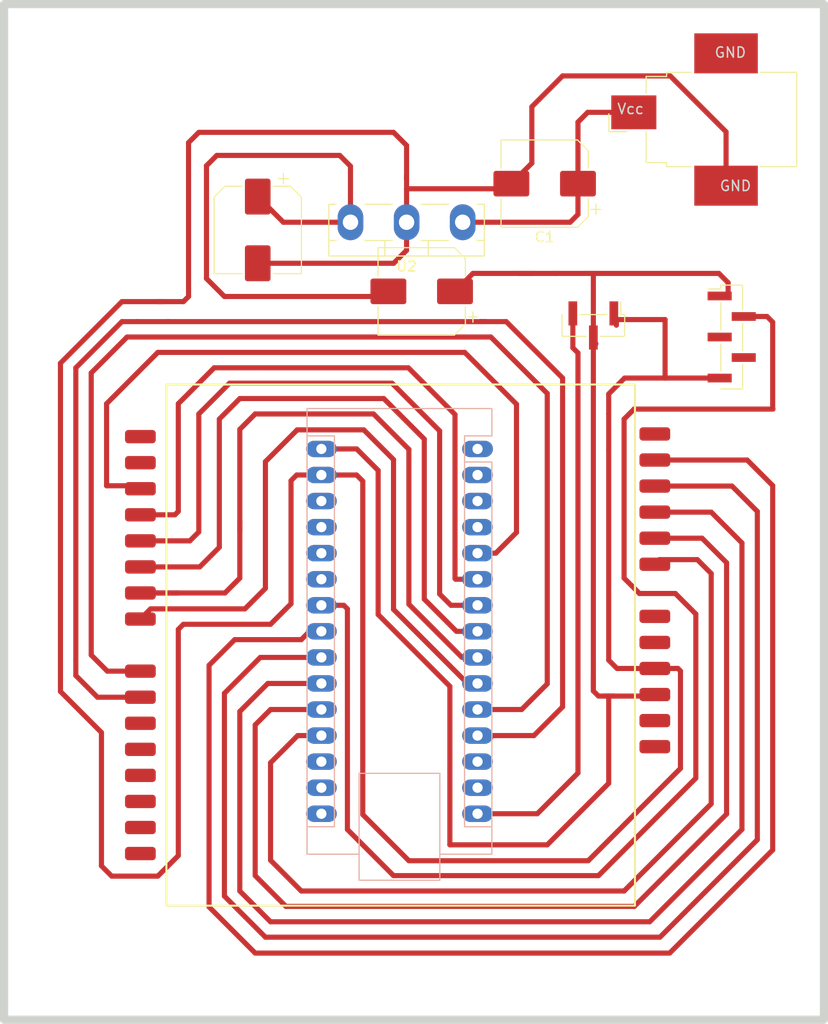
<source format=kicad_pcb>
(kicad_pcb (version 20221018) (generator pcbnew)
  (layers (0 "F.Cu" signal) (31 "B.Cu" signal) (34 "B.Paste" user) (35 "F.Paste" user) (36 "B.SilkS" user "B.Silkscreen") (37 "F.SilkS" user "F.Silkscreen") (38 "B.Mask" user) (39 "F.Mask" user) (44 "Edge.Cuts" user))
  (net 0 "")
  (net 4 "Net-(A1-GND)")
  (net 5 "D2")
  (net 6 "D3")
  (net 7 "D4")
  (net 8 "D5")
  (net 9 "D6")
  (net 10 "D7")
  (net 11 "D0")
  (net 12 "D1")
  (net 15 "D12")
  (net 19 "A0")
  (net 20 "A1")
  (net 21 "A2")
  (net 22 "A3")
  (net 23 "A4")
  (net 24 "A5")
  (net 28 "Net-(A1-VIN)")
  (net 29 "Net-(U2-VI)")
  (net 30 "Net-(D1-A)")
  (footprint "Package_TO_SOT_THT:TO-218-3_Vertical" (layer "F.Cu") (at 150.75 67.2625 180)
    (fp_text reference "U2" (at 5.475 -4.29) (layer "F.SilkS"))
    (fp_text value "LM7805_TO220" hide)
    (fp_line (start -2.115 -3.29) (end -2.115 1.75) (stroke (width 0.12)) (layer "F.SilkS"))
    (fp_line (start -2.115 -3.29) (end 13.065 -3.29) (stroke (width 0.12)) (layer "F.SilkS"))
    (fp_line (start -2.115 -1.78) (end -1.4 -1.78) (stroke (width 0.12)) (layer "F.SilkS"))
    (fp_line (start -2.115 1.75) (end -1.4 1.75) (stroke (width 0.12)) (layer "F.SilkS"))
    (fp_line (start 1.4 -1.78) (end 4.075 -1.78) (stroke (width 0.12)) (layer "F.SilkS"))
    (fp_line (start 1.4 1.75) (end 4.075 1.75) (stroke (width 0.12)) (layer "F.SilkS"))
    (fp_line (start 3.36 -3.29) (end 3.36 -1.78) (stroke (width 0.12)) (layer "F.SilkS"))
    (fp_line (start 6.875 -1.78) (end 9.55 -1.78) (stroke (width 0.12)) (layer "F.SilkS"))
    (fp_line (start 6.875 1.75) (end 9.55 1.75) (stroke (width 0.12)) (layer "F.SilkS"))
    (fp_line (start 7.59 -3.29) (end 7.59 -1.78) (stroke (width 0.12)) (layer "F.SilkS"))
    (fp_line (start 12.35 -1.78) (end 13.065 -1.78) (stroke (width 0.12)) (layer "F.SilkS"))
    (fp_line (start 12.35 1.75) (end 13.065 1.75) (stroke (width 0.12)) (layer "F.SilkS"))
    (fp_line (start 13.065 -3.29) (end 13.065 1.75) (stroke (width 0.12)) (layer "F.SilkS"))
    (pad "1" thru_hole oval (at 0 0 180) (size 2.5 3.5) (drill 1.5) (layers "*.Cu" "*.Mask") (net 29 "Net-(U2-VI)"))
    (pad "2" thru_hole oval (at 5.475 0 180) (size 2.5 3.5) (drill 1.5) (layers "*.Cu" "*.Mask") (net 4 "Net-(A1-GND)"))
    (pad "3" thru_hole oval (at 10.95 0 180) (size 2.5 3.5) (drill 1.5) (layers "*.Cu" "*.Mask") (net 30 "Net-(D1-A)"))
  )
  (footprint "Capacitor_SMD:CP_Elec_8x10" (layer "F.Cu") (at 130.75 68.0125 -90)
    (fp_text reference "C2" hide)
    (fp_text value "47uf" hide)
    (fp_line (start -5.5 -2.51) (end -4.5 -2.51) (stroke (width 0.12)) (layer "F.SilkS"))
    (fp_line (start -5 -3.01) (end -5 -2.01) (stroke (width 0.12)) (layer "F.SilkS"))
    (fp_line (start -4.26 -3.195563) (end -4.26 -1.51) (stroke (width 0.12)) (layer "F.SilkS"))
    (fp_line (start -4.26 -3.195563) (end -3.195563 -4.26) (stroke (width 0.12)) (layer "F.SilkS"))
    (fp_line (start -4.26 3.195563) (end -4.26 1.51) (stroke (width 0.12)) (layer "F.SilkS"))
    (fp_line (start -4.26 3.195563) (end -3.195563 4.26) (stroke (width 0.12)) (layer "F.SilkS"))
    (fp_line (start -3.195563 -4.26) (end 4.26 -4.26) (stroke (width 0.12)) (layer "F.SilkS"))
    (fp_line (start -3.195563 4.26) (end 4.26 4.26) (stroke (width 0.12)) (layer "F.SilkS"))
    (fp_line (start 4.26 -4.26) (end 4.26 -1.51) (stroke (width 0.12)) (layer "F.SilkS"))
    (fp_line (start 4.26 4.26) (end 4.26 1.51) (stroke (width 0.12)) (layer "F.SilkS"))
    (pad "1" smd roundrect (at -3.25 0 270) (size 3.5 2.5) (layers "F.Cu" "F.Paste" "F.Mask") (roundrect_rratio 0.1) (net 30 "Net-(D1-A)"))
    (pad "2" smd roundrect (at 3.25 0 270) (size 3.5 2.5) (layers "F.Cu" "F.Paste" "F.Mask") (roundrect_rratio 0.1) (net 4 "Net-(A1-GND)"))
  )
  (footprint "Connector_PinHeader_2.00mm:PinHeader_1x05_P2.00mm_Vertical_SMD_Pin1Left" (layer "F.Cu") (at 177 78.45)
    (fp_text reference "J1" hide)
    (fp_text value "Conn_01x05_Female" hide)
    (fp_line (start -1.06 -5.06) (end -1.06 -4.685) (stroke (width 0.12)) (layer "F.SilkS"))
    (fp_line (start -1.06 -5.06) (end 1.06 -5.06) (stroke (width 0.12)) (layer "F.SilkS"))
    (fp_line (start -1.06 -4.685) (end -2.29 -4.685) (stroke (width 0.12)) (layer "F.SilkS"))
    (fp_line (start -1.06 -3.315) (end -1.06 -0.685) (stroke (width 0.12)) (layer "F.SilkS"))
    (fp_line (start -1.06 0.685) (end -1.06 3.315) (stroke (width 0.12)) (layer "F.SilkS"))
    (fp_line (start -1.06 5.06) (end 1.06 5.06) (stroke (width 0.12)) (layer "F.SilkS"))
    (fp_line (start 1.06 -5.06) (end 1.06 -2.685) (stroke (width 0.12)) (layer "F.SilkS"))
    (fp_line (start 1.06 -1.315) (end 1.06 1.315) (stroke (width 0.12)) (layer "F.SilkS"))
    (fp_line (start 1.06 2.685) (end 1.06 5.06) (stroke (width 0.12)) (layer "F.SilkS"))
    (fp_line (start 1.06 4.685) (end 1.06 5.06) (stroke (width 0.12)) (layer "F.SilkS"))
    (pad "1" smd rect (at -1.175 -4) (size 2.35 0.85) (layers "F.Cu" "F.Paste" "F.Mask") (net 28 "Net-(A1-VIN)"))
    (pad "2" smd rect (at 1.175 -2) (size 2.35 0.85) (layers "F.Cu" "F.Paste" "F.Mask") (net 24 "A5"))
    (pad "3" smd rect (at -1.175 0) (size 2.35 0.85) (layers "F.Cu" "F.Paste" "F.Mask"))
    (pad "4" smd rect (at 1.175 2) (size 2.35 0.85) (layers "F.Cu" "F.Paste" "F.Mask"))
    (pad "5" smd rect (at -1.175 4) (size 2.35 0.85) (layers "F.Cu" "F.Paste" "F.Mask") (net 4 "Net-(A1-GND)"))
  )
  (footprint "Connector_PinHeader_2.00mm:PinHeader_1x03_P2.00mm_Vertical_SMD_Pin1Left" (layer "F.Cu") (at 163.5 77.325 -90)
    (fp_text reference "J2" hide)
    (fp_text value "Conn_01x03_Female")
    (fp_line (start -1.06 -3.06) (end -1.06 -2.685) (stroke (width 0.12)) (layer "F.SilkS"))
    (fp_line (start -1.06 -3.06) (end 1.06 -3.06) (stroke (width 0.12)) (layer "F.SilkS"))
    (fp_line (start -1.06 -2.685) (end -2.29 -2.685) (stroke (width 0.12)) (layer "F.SilkS"))
    (fp_line (start -1.06 -1.315) (end -1.06 1.315) (stroke (width 0.12)) (layer "F.SilkS"))
    (fp_line (start -1.06 3.06) (end 1.06 3.06) (stroke (width 0.12)) (layer "F.SilkS"))
    (fp_line (start 1.06 -3.06) (end 1.06 -0.685) (stroke (width 0.12)) (layer "F.SilkS"))
    (fp_line (start 1.06 0.685) (end 1.06 3.06) (stroke (width 0.12)) (layer "F.SilkS"))
    (fp_line (start 1.06 2.685) (end 1.06 3.06) (stroke (width 0.12)) (layer "F.SilkS"))
    (pad "1" smd rect (at -1.175 -2 270) (size 2.35 0.85) (layers "F.Cu" "F.Paste" "F.Mask") (net 4 "Net-(A1-GND)"))
    (pad "2" smd rect (at 1.175 0 270) (size 2.35 0.85) (layers "F.Cu" "F.Paste" "F.Mask") (net 28 "Net-(A1-VIN)"))
    (pad "3" smd rect (at -1.175 2 270) (size 2.35 0.85) (layers "F.Cu" "F.Paste" "F.Mask") (net 15 "D12"))
  )
  (footprint "Connector_BarrelJack:BarrelJack_CUI_PJ-036AH-SMT_Horizontal" (layer "F.Cu") (at 173.25 57.25 90)
    (fp_text reference "J4" hide)
    (fp_text value "Barrel_Jack_MountingPin" hide)
    (fp_line (start -4.6 -2.6) (end -4.2 -2.6) (stroke (width 0.12)) (layer "F.SilkS"))
    (fp_line (start -4.6 -0.15) (end -4.6 -2.6) (stroke (width 0.12)) (layer "F.SilkS"))
    (fp_line (start -4.6 10.1) (end -4.6 6.55) (stroke (width 0.12)) (layer "F.SilkS"))
    (fp_line (start -4.2 -4.6) (end -1.2 -4.6) (stroke (width 0.12)) (layer "F.SilkS"))
    (fp_line (start -4.2 -2.6) (end -4.2 -4.6) (stroke (width 0.12)) (layer "F.SilkS"))
    (fp_line (start -1.19 -8.24) (end 0.55 -8.24) (stroke (width 0.12)) (layer "F.SilkS"))
    (fp_line (start -1.19 -6.5) (end -1.19 -8.24) (stroke (width 0.12)) (layer "F.SilkS"))
    (fp_line (start 2.6 -4.6) (end 4.2 -4.6) (stroke (width 0.12)) (layer "F.SilkS"))
    (fp_line (start 4.2 -4.6) (end 4.2 -2.6) (stroke (width 0.12)) (layer "F.SilkS"))
    (fp_line (start 4.2 -2.6) (end 4.6 -2.6) (stroke (width 0.12)) (layer "F.SilkS"))
    (fp_line (start 4.6 -2.6) (end 4.6 -0.15) (stroke (width 0.12)) (layer "F.SilkS"))
    (fp_line (start 4.6 6.55) (end 4.6 10.1) (stroke (width 0.12)) (layer "F.SilkS"))
    (fp_line (start 4.6 10.1) (end -4.6 10.1) (stroke (width 0.12)) (layer "F.SilkS"))
    (pad "" np_thru_hole circle (at 0 7 90) (size 2 2) (drill 2) (layers "*.Cu" "*.Mask"))
    (pad "1" smd rect (at 0.7 -5.8 90) (size 3.3 4.4) (layers "F.Cu" "F.Paste" "F.Mask") (net 29 "Net-(U2-VI)"))
    (pad "2" smd rect (at -6.45 3.2 90) (size 3.9 6.2) (layers "F.Cu" "F.Paste" "F.Mask") (net 4 "Net-(A1-GND)"))
    (pad "3" smd rect (at 6.45 3.2 90) (size 3.9 6.2) (layers "F.Cu" "F.Paste" "F.Mask"))
  )
  (footprint "Capacitor_SMD:CP_Elec_8x10" (layer "F.Cu") (at 158.75 63.5 180)
    (fp_text reference "C1" (at 0 -5.2) (layer "F.SilkS"))
    (fp_text value "470uf" hide)
    (fp_line (start -5.5 -2.51) (end -4.5 -2.51) (stroke (width 0.12)) (layer "F.SilkS"))
    (fp_line (start -5 -3.01) (end -5 -2.01) (stroke (width 0.12)) (layer "F.SilkS"))
    (fp_line (start -4.26 -3.195563) (end -4.26 -1.51) (stroke (width 0.12)) (layer "F.SilkS"))
    (fp_line (start -4.26 -3.195563) (end -3.195563 -4.26) (stroke (width 0.12)) (layer "F.SilkS"))
    (fp_line (start -4.26 3.195563) (end -4.26 1.51) (stroke (width 0.12)) (layer "F.SilkS"))
    (fp_line (start -4.26 3.195563) (end -3.195563 4.26) (stroke (width 0.12)) (layer "F.SilkS"))
    (fp_line (start -3.195563 -4.26) (end 4.26 -4.26) (stroke (width 0.12)) (layer "F.SilkS"))
    (fp_line (start -3.195563 4.26) (end 4.26 4.26) (stroke (width 0.12)) (layer "F.SilkS"))
    (fp_line (start 4.26 -4.26) (end 4.26 -1.51) (stroke (width 0.12)) (layer "F.SilkS"))
    (fp_line (start 4.26 4.26) (end 4.26 1.51) (stroke (width 0.12)) (layer "F.SilkS"))
    (pad "1" smd roundrect (at -3.25 0 180) (size 3.5 2.5) (layers "F.Cu" "F.Paste" "F.Mask") (roundrect_rratio 0.1) (net 29 "Net-(U2-VI)"))
    (pad "2" smd roundrect (at 3.25 0 180) (size 3.5 2.5) (layers "F.Cu" "F.Paste" "F.Mask") (roundrect_rratio 0.1) (net 4 "Net-(A1-GND)"))
  )
  (footprint "TFT_MAR2406_LCD_DISPALY:TFT_LCD_MAR2460" (layer "F.Cu") (at 119.3 128.8)
    (fp_text reference "U1" hide)
    (fp_text value "~" hide)
    (fp_rect (start 2.54 -45.72) (end 48.26 5.08) (stroke (width 0.2)) (fill none) (layer "F.SilkS"))
    (pad "1" smd roundrect (at 0 0) (size 3 1.3) (layers "F.Cu" "F.Paste" "F.Mask"))
    (pad "2" smd roundrect (at 0 -2.54) (size 3 1.3) (layers "F.Cu" "F.Paste" "F.Mask"))
    (pad "3" smd roundrect (at 0 -5.08) (size 3 1.3) (layers "F.Cu" "F.Paste" "F.Mask"))
    (pad "4" smd roundrect (at 0 -7.62) (size 3 1.3) (layers "F.Cu" "F.Paste" "F.Mask"))
    (pad "5" smd roundrect (at 0 -10.16) (size 3 1.3) (layers "F.Cu" "F.Paste" "F.Mask"))
    (pad "6" smd roundrect (at 0 -12.7) (size 3 1.3) (layers "F.Cu" "F.Paste" "F.Mask"))
    (pad "7" smd roundrect (at 0 -15.24) (size 3 1.3) (layers "F.Cu" "F.Paste" "F.Mask") (net 12 "D1"))
    (pad "8" smd roundrect (at 0 -17.78) (size 3 1.3) (layers "F.Cu" "F.Paste" "F.Mask") (net 11 "D0"))
    (pad "9" smd roundrect (at 0 -22.86) (size 3 1.3) (layers "F.Cu" "F.Paste" "F.Mask") (net 10 "D7"))
    (pad "10" smd roundrect (at 0 -25.4) (size 3 1.3) (layers "F.Cu" "F.Paste" "F.Mask") (net 9 "D6"))
    (pad "11" smd roundrect (at 0 -27.94) (size 3 1.3) (layers "F.Cu" "F.Paste" "F.Mask") (net 8 "D5"))
    (pad "12" smd roundrect (at 0 -30.48) (size 3 1.3) (layers "F.Cu" "F.Paste" "F.Mask") (net 7 "D4"))
    (pad "13" smd roundrect (at 0 -33.02) (size 3 1.3) (layers "F.Cu" "F.Paste" "F.Mask") (net 6 "D3"))
    (pad "14" smd roundrect (at 0 -35.56) (size 3 1.3) (layers "F.Cu" "F.Paste" "F.Mask") (net 5 "D2"))
    (pad "15" smd roundrect (at 0 -38.1) (size 3 1.3) (layers "F.Cu" "F.Paste" "F.Mask"))
    (pad "16" smd roundrect (at 0 -40.64) (size 3 1.3) (layers "F.Cu" "F.Paste" "F.Mask"))
    (pad "17" smd roundrect (at 50.2 -10.42) (size 3 1.3) (layers "F.Cu" "F.Paste" "F.Mask"))
    (pad "18" smd roundrect (at 50.2 -12.96) (size 3 1.3) (layers "F.Cu" "F.Paste" "F.Mask"))
    (pad "19" smd roundrect (at 50.2 -15.5) (size 3 1.3) (layers "F.Cu" "F.Paste" "F.Mask") (net 28 "Net-(A1-VIN)"))
    (pad "20" smd roundrect (at 50.2 -18.04) (size 3 1.3) (layers "F.Cu" "F.Paste" "F.Mask") (net 4 "Net-(A1-GND)"))
    (pad "21" smd roundrect (at 50.2 -20.58) (size 3 1.3) (layers "F.Cu" "F.Paste" "F.Mask"))
    (pad "22" smd roundrect (at 50.2 -23.12) (size 3 1.3) (layers "F.Cu" "F.Paste" "F.Mask"))
    (pad "23" smd roundrect (at 50.2 -28.2) (size 3 1.3) (layers "F.Cu" "F.Paste" "F.Mask") (net 19 "A0"))
    (pad "24" smd roundrect (at 50.2 -30.74) (size 3 1.3) (layers "F.Cu" "F.Paste" "F.Mask") (net 20 "A1"))
    (pad "25" smd roundrect (at 50.2 -33.28) (size 3 1.3) (layers "F.Cu" "F.Paste" "F.Mask") (net 21 "A2"))
    (pad "26" smd roundrect (at 50.2 -35.82) (size 3 1.3) (layers "F.Cu" "F.Paste" "F.Mask") (net 22 "A3"))
    (pad "27" smd roundrect (at 50.2 -38.36) (size 3 1.3) (layers "F.Cu" "F.Paste" "F.Mask") (net 23 "A4"))
    (pad "28" smd roundrect (at 50.2 -40.9) (size 3 1.3) (layers "F.Cu" "F.Paste" "F.Mask"))
  )
  (footprint "Capacitor_SMD:CP_Elec_8x10" (layer "F.Cu") (at 146.75 74 180)
    (fp_text reference "D1" hide)
    (fp_text value "LED" hide)
    (fp_line (start -5.5 -2.51) (end -4.5 -2.51) (stroke (width 0.12)) (layer "F.SilkS"))
    (fp_line (start -5 -3.01) (end -5 -2.01) (stroke (width 0.12)) (layer "F.SilkS"))
    (fp_line (start -4.26 -3.195563) (end -4.26 -1.51) (stroke (width 0.12)) (layer "F.SilkS"))
    (fp_line (start -4.26 -3.195563) (end -3.195563 -4.26) (stroke (width 0.12)) (layer "F.SilkS"))
    (fp_line (start -4.26 3.195563) (end -4.26 1.51) (stroke (width 0.12)) (layer "F.SilkS"))
    (fp_line (start -4.26 3.195563) (end -3.195563 4.26) (stroke (width 0.12)) (layer "F.SilkS"))
    (fp_line (start -3.195563 -4.26) (end 4.26 -4.26) (stroke (width 0.12)) (layer "F.SilkS"))
    (fp_line (start -3.195563 4.26) (end 4.26 4.26) (stroke (width 0.12)) (layer "F.SilkS"))
    (fp_line (start 4.26 -4.26) (end 4.26 -1.51) (stroke (width 0.12)) (layer "F.SilkS"))
    (fp_line (start 4.26 4.26) (end 4.26 1.51) (stroke (width 0.12)) (layer "F.SilkS"))
    (pad "1" smd roundrect (at -3.25 0 180) (size 3.5 2.5) (layers "F.Cu" "F.Paste" "F.Mask") (roundrect_rratio 0.1) (net 28 "Net-(A1-VIN)"))
    (pad "2" smd roundrect (at 3.25 0 180) (size 3.5 2.5) (layers "F.Cu" "F.Paste" "F.Mask") (roundrect_rratio 0.1) (net 30 "Net-(D1-A)"))
  )
  (footprint "Module:Arduino_Nano" (layer "B.Cu") (at 152.2 89.36 180)
    (fp_text reference "A1" hide)
    (fp_text value "Arduino_Nano_v3.x" hide)
    (fp_line (start -1.4 -39.5) (end 3.68 -39.5) (stroke (width 0.12)) (layer "B.SilkS"))
    (fp_line (start -1.4 -1.27) (end -1.4 -39.5) (stroke (width 0.12)) (layer "B.SilkS"))
    (fp_line (start -1.4 3.94) (end -1.4 1.27) (stroke (width 0.12)) (layer "B.SilkS"))
    (fp_line (start 1.27 -36.83) (end -1.4 -36.83) (stroke (width 0.12)) (layer "B.SilkS"))
    (fp_line (start 1.27 -1.27) (end -1.4 -1.27) (stroke (width 0.12)) (layer "B.SilkS"))
    (fp_line (start 1.27 -1.27) (end 1.27 -36.83) (stroke (width 0.12)) (layer "B.SilkS"))
    (fp_line (start 1.27 -1.27) (end 1.27 1.27) (stroke (width 0.12)) (layer "B.SilkS"))
    (fp_line (start 1.27 1.27) (end -1.4 1.27) (stroke (width 0.12)) (layer "B.SilkS"))
    (fp_line (start 3.68 -42.04) (end 3.68 -31.62) (stroke (width 0.12)) (layer "B.SilkS"))
    (fp_line (start 3.68 -31.62) (end 11.56 -31.62) (stroke (width 0.12)) (layer "B.SilkS"))
    (fp_line (start 11.56 -42.04) (end 3.68 -42.04) (stroke (width 0.12)) (layer "B.SilkS"))
    (fp_line (start 11.56 -31.62) (end 11.56 -42.04) (stroke (width 0.12)) (layer "B.SilkS"))
    (fp_line (start 13.97 -36.83) (end 16.64 -36.83) (stroke (width 0.12)) (layer "B.SilkS"))
    (fp_line (start 13.97 1.27) (end 13.97 -36.83) (stroke (width 0.12)) (layer "B.SilkS"))
    (fp_line (start 13.97 1.27) (end 16.64 1.27) (stroke (width 0.12)) (layer "B.SilkS"))
    (fp_line (start 16.64 -39.5) (end 11.56 -39.5) (stroke (width 0.12)) (layer "B.SilkS"))
    (fp_line (start 16.64 -39.5) (end 16.64 3.94) (stroke (width 0.12)) (layer "B.SilkS"))
    (fp_line (start 16.64 3.94) (end -1.4 3.94) (stroke (width 0.12)) (layer "B.SilkS"))
    (pad "1" thru_hole oval (at 0 0 180) (size 3 1.6) (drill 1) (layers "*.Cu" "*.Mask"))
    (pad "2" thru_hole oval (at 0 -2.54 180) (size 3 1.6) (drill 1) (layers "*.Cu" "*.Mask"))
    (pad "3" thru_hole oval (at 0 -5.08 180) (size 3 1.6) (drill 1) (layers "*.Cu" "*.Mask"))
    (pad "4" thru_hole oval (at 0 -7.62 180) (size 3 1.6) (drill 1) (layers "*.Cu" "*.Mask") (net 4 "Net-(A1-GND)"))
    (pad "5" thru_hole oval (at 0 -10.16 180) (size 3 1.6) (drill 1) (layers "*.Cu" "*.Mask") (net 5 "D2"))
    (pad "6" thru_hole oval (at 0 -12.7 180) (size 3 1.6) (drill 1) (layers "*.Cu" "*.Mask") (net 6 "D3"))
    (pad "7" thru_hole oval (at 0 -15.24 180) (size 3 1.6) (drill 1) (layers "*.Cu" "*.Mask") (net 7 "D4"))
    (pad "8" thru_hole oval (at 0 -17.78 180) (size 3 1.6) (drill 1) (layers "*.Cu" "*.Mask") (net 8 "D5"))
    (pad "9" thru_hole oval (at 0 -20.32 180) (size 3 1.6) (drill 1) (layers "*.Cu" "*.Mask") (net 9 "D6"))
    (pad "10" thru_hole oval (at 0 -22.86 180) (size 3 1.6) (drill 1) (layers "*.Cu" "*.Mask") (net 10 "D7"))
    (pad "11" thru_hole oval (at 0 -25.4 180) (size 3 1.6) (drill 1) (layers "*.Cu" "*.Mask") (net 11 "D0"))
    (pad "12" thru_hole oval (at 0 -27.94 180) (size 3 1.6) (drill 1) (layers "*.Cu" "*.Mask") (net 12 "D1"))
    (pad "13" thru_hole oval (at 0 -30.48 180) (size 3 1.6) (drill 1) (layers "*.Cu" "*.Mask"))
    (pad "14" thru_hole oval (at 0 -33.02 180) (size 3 1.6) (drill 1) (layers "*.Cu" "*.Mask"))
    (pad "15" thru_hole oval (at 0 -35.56 180) (size 3 1.6) (drill 1) (layers "*.Cu" "*.Mask") (net 15 "D12"))
    (pad "16" thru_hole oval (at 15.24 -35.56 180) (size 3 1.6) (drill 1) (layers "*.Cu" "*.Mask"))
    (pad "17" thru_hole oval (at 15.24 -33.02 180) (size 3 1.6) (drill 1) (layers "*.Cu" "*.Mask"))
    (pad "18" thru_hole oval (at 15.24 -30.48 180) (size 3 1.6) (drill 1) (layers "*.Cu" "*.Mask"))
    (pad "19" thru_hole oval (at 15.24 -27.94 180) (size 3 1.6) (drill 1) (layers "*.Cu" "*.Mask") (net 19 "A0"))
    (pad "20" thru_hole oval (at 15.24 -25.4 180) (size 3 1.6) (drill 1) (layers "*.Cu" "*.Mask") (net 20 "A1"))
    (pad "21" thru_hole oval (at 15.24 -22.86 180) (size 3 1.6) (drill 1) (layers "*.Cu" "*.Mask") (net 21 "A2"))
    (pad "22" thru_hole oval (at 15.24 -20.32 180) (size 3 1.6) (drill 1) (layers "*.Cu" "*.Mask") (net 22 "A3"))
    (pad "23" thru_hole oval (at 15.24 -17.78 180) (size 3 1.6) (drill 1) (layers "*.Cu" "*.Mask") (net 23 "A4"))
    (pad "24" thru_hole oval (at 15.24 -15.24 180) (size 3 1.6) (drill 1) (layers "*.Cu" "*.Mask") (net 24 "A5"))
    (pad "25" thru_hole oval (at 15.24 -12.7 180) (size 3 1.6) (drill 1) (layers "*.Cu" "*.Mask"))
    (pad "26" thru_hole oval (at 15.24 -10.16 180) (size 3 1.6) (drill 1) (layers "*.Cu" "*.Mask"))
    (pad "27" thru_hole oval (at 15.24 -7.62 180) (size 3 1.6) (drill 1) (layers "*.Cu" "*.Mask"))
    (pad "28" thru_hole oval (at 15.24 -5.08 180) (size 3 1.6) (drill 1) (layers "*.Cu" "*.Mask"))
    (pad "29" thru_hole oval (at 15.24 -2.54 180) (size 3 1.6) (drill 1) (layers "*.Cu" "*.Mask") (net 4 "Net-(A1-GND)"))
    (pad "30" thru_hole oval (at 15.24 0 180) (size 3 1.6) (drill 1) (layers "*.Cu" "*.Mask") (net 28 "Net-(A1-VIN)"))
  )
  (gr_rect (start 106 46) (end 186 145) (stroke (width 0.8)) (fill none) (layer "Edge.Cuts"))
  (gr_text "GND" (at 175.25 51.3) (layer "Edge.Cuts") (effects (font (size 1 1)) (justify left bottom)))
  (gr_text "Vcc" (at 165.75 56.8) (layer "Edge.Cuts") (effects (font (size 1 1)) (justify left bottom)))
  (gr_text "GND" (at 175.75 64.3) (layer "Edge.Cuts") (effects (font (size 1 1)) (justify left bottom)))
  (segment (start 145.275 67.2625) (end 145.275 64) (width 0.5) (layer "F.Cu") (net 4))
  (segment (start 172 111) (end 172 120.5) (width 0.5) (layer "F.Cu") (net 4))
  (segment (start 115.5 117) (end 111.5 113) (width 0.5) (layer "F.Cu") (net 4))
  (segment (start 176.45 58.45) (end 176.45 63.7) (width 0.5) (layer "F.Cu") (net 4))
  (segment (start 123.5 75) (end 124 74.5) (width 0.5) (layer "F.Cu") (net 4))
  (segment (start 124 74.5) (end 124 59.5) (width 0.5) (layer "F.Cu") (net 4))
  (segment (start 121 75) (end 121.5 75) (width 0.5) (layer "F.Cu") (net 4))
  (segment (start 117.5 75) (end 121 75) (width 0.5) (layer "F.Cu") (net 4))
  (segment (start 121 75) (end 123.5 75) (width 0.5) (layer "F.Cu") (net 4))
  (segment (start 134.55 91.9) (end 134 92.45) (width 0.5) (layer "F.Cu") (net 4))
  (segment (start 116.5 131) (end 115.5 130) (width 0.5) (layer "F.Cu") (net 4))
  (segment (start 141 125) (end 141 92.5) (width 0.5) (layer "F.Cu") (net 4))
  (segment (start 125 58.5) (end 144 58.5) (width 0.5) (layer "F.Cu") (net 4))
  (segment (start 165 85.95) (end 165 84) (width 0.5) (layer "F.Cu") (net 4))
  (segment (start 111.5 81) (end 117.5 75) (width 0.5) (layer "F.Cu") (net 4))
  (segment (start 165.75 76.75) (end 166.75 76.75) (width 0.5) (layer "F.Cu") (net 4))
  (segment (start 144 58.5) (end 145.275 59.775) (width 0.5) (layer "F.Cu") (net 4))
  (segment (start 145.275 70) (end 144.0125 71.2625) (width 0.5) (layer "F.Cu") (net 4))
  (segment (start 165 89.45) (end 165 85.95) (width 0.5) (layer "F.Cu") (net 4))
  (segment (start 165.81 110.76) (end 165 109.95) (width 0.5) (layer "F.Cu") (net 4))
  (segment (start 134 104.45) (end 132 106.45) (width 0.5) (layer "F.Cu") (net 4))
  (segment (start 157.5 61.5) (end 157.5 56) (width 0.5) (layer "F.Cu") (net 4))
  (segment (start 169.5 110.76) (end 171.5 110.76) (width 0.5) (layer "F.Cu") (net 4))
  (segment (start 170.5 82.45) (end 166.55 82.45) (width 0.5) (layer "F.Cu") (net 4))
  (segment (start 132 106.45) (end 123.5 106.45) (width 0.5) (layer "F.Cu") (net 4))
  (segment (start 121 131) (end 116.5 131) (width 0.5) (layer "F.Cu") (net 4))
  (segment (start 144.0125 71.2625) (end 130.75 71.2625) (width 0.5) (layer "F.Cu") (net 4))
  (segment (start 165.75 76.75) (end 165.75 77.3) (width 0.5) (layer "F.Cu") (net 4))
  (segment (start 166.75 76.75) (end 170.5 76.75) (width 0.5) (layer "F.Cu") (net 4))
  (segment (start 124 59.5) (end 125 58.5) (width 0.5) (layer "F.Cu") (net 4))
  (segment (start 123.5 106.45) (end 123 106.95) (width 0.5) (layer "F.Cu") (net 4))
  (segment (start 171.76 110.76) (end 172 111) (width 0.5) (layer "F.Cu") (net 4))
  (segment (start 111.5 113) (end 111.5 81) (width 0.5) (layer "F.Cu") (net 4))
  (segment (start 134 92.45) (end 134 104.45) (width 0.5) (layer "F.Cu") (net 4))
  (segment (start 155.5 63.5) (end 155 64) (width 0.5) (layer "F.Cu") (net 4))
  (segment (start 171 53) (end 176.45 58.45) (width 0.5) (layer "F.Cu") (net 4))
  (segment (start 169.81 110.45) (end 169.5 110.76) (width 0.5) (layer "F.Cu") (net 4))
  (segment (start 115.5 130) (end 115.5 117) (width 0.5) (layer "F.Cu") (net 4))
  (segment (start 163 129.5) (end 145.5 129.5) (width 0.5) (layer "F.Cu") (net 4))
  (segment (start 145.275 64) (end 145.275 63) (width 0.5) (layer "F.Cu") (net 4))
  (segment (start 172 120.5) (end 163 129.5) (width 0.5) (layer "F.Cu") (net 4))
  (segment (start 140.4 91.9) (end 136.96 91.9) (width 0.5) (layer "F.Cu") (net 4))
  (segment (start 176.65 82.45) (end 170.5 82.45) (width 0.5) (layer "F.Cu") (net 4))
  (segment (start 123 129) (end 121 131) (width 0.5) (layer "F.Cu") (net 4))
  (segment (start 160.5 53) (end 171 53) (width 0.5) (layer "F.Cu") (net 4))
  (segment (start 166.55 82.45) (end 165 84) (width 0.5) (layer "F.Cu") (net 4))
  (segment (start 145.5 129.5) (end 141 125) (width 0.5) (layer "F.Cu") (net 4))
  (segment (start 171.5 110.76) (end 171.74 110.76) (width 0.5) (layer "F.Cu") (net 4))
  (segment (start 145.275 67.2625) (end 145.275 70) (width 0.5) (layer "F.Cu") (net 4))
  (segment (start 157.5 56) (end 160.5 53) (width 0.5) (layer "F.Cu") (net 4))
  (segment (start 123 106.95) (end 123 129) (width 0.5) (layer "F.Cu") (net 4))
  (segment (start 170.5 76.75) (end 170.5 82.45) (width 0.5) (layer "F.Cu") (net 4))
  (segment (start 155 64) (end 145.275 64) (width 0.5) (layer "F.Cu") (net 4))
  (segment (start 171.5 110.76) (end 171.76 110.76) (width 0.5) (layer "F.Cu") (net 4))
  (segment (start 145.275 59.775) (end 145.275 63) (width 0.5) (layer "F.Cu") (net 4))
  (segment (start 136.96 91.9) (end 134.55 91.9) (width 0.5) (layer "F.Cu") (net 4))
  (segment (start 169.5 110.76) (end 165.81 110.76) (width 0.5) (layer "F.Cu") (net 4))
  (segment (start 165 109.95) (end 165 89.45) (width 0.5) (layer "F.Cu") (net 4))
  (segment (start 145.275 63) (end 145.275 62.725) (width 0.5) (layer "F.Cu") (net 4))
  (segment (start 141 92.5) (end 140.4 91.9) (width 0.5) (layer "F.Cu") (net 4))
  (segment (start 155.5 63.5) (end 157.5 61.5) (width 0.5) (layer "F.Cu") (net 4))
  (segment (start 153.98 99.52) (end 156 97.5) (width 0.5) (layer "F.Cu") (net 5))
  (segment (start 121 79.95) (end 150.95 79.95) (width 0.5) (layer "F.Cu") (net 5))
  (segment (start 150.95 79.95) (end 156 85) (width 0.5) (layer "F.Cu") (net 5))
  (segment (start 119.243984 93.24) (end 118.953984 92.95) (width 0.5) (layer "F.Cu") (net 5))
  (segment (start 116 84.95) (end 121 79.95) (width 0.5) (layer "F.Cu") (net 5))
  (segment (start 156 85) (end 156 97.5) (width 0.5) (layer "F.Cu") (net 5))
  (segment (start 116 92.95) (end 116 84.95) (width 0.5) (layer "F.Cu") (net 5))
  (segment (start 152.2 99.52) (end 153.98 99.52) (width 0.5) (layer "F.Cu") (net 5))
  (segment (start 119.3 93.24) (end 119.243984 93.24) (width 0.5) (layer "F.Cu") (net 5))
  (segment (start 118.953984 92.95) (end 116 92.95) (width 0.5) (layer "F.Cu") (net 5))
  (segment (start 123 95.45) (end 122.67 95.78) (width 0.5) (layer "F.Cu") (net 6))
  (segment (start 123 84.95) (end 123 95.45) (width 0.5) (layer "F.Cu") (net 6))
  (segment (start 130.95 81.45) (end 126.5 81.45) (width 0.5) (layer "F.Cu") (net 6))
  (segment (start 122.67 95.78) (end 119.3 95.78) (width 0.5) (layer "F.Cu") (net 6))
  (segment (start 150.06 102.06) (end 152.2 102.06) (width 0.5) (layer "F.Cu") (net 6))
  (segment (start 150 86) (end 150 102) (width 0.5) (layer "F.Cu") (net 6))
  (segment (start 150 102) (end 150.06 102.06) (width 0.5) (layer "F.Cu") (net 6))
  (segment (start 126.5 81.45) (end 123 84.95) (width 0.5) (layer "F.Cu") (net 6))
  (segment (start 131.05 81.45) (end 145.45 81.45) (width 0.5) (layer "F.Cu") (net 6))
  (segment (start 145.45 81.45) (end 150 86) (width 0.5) (layer "F.Cu") (net 6))
  (segment (start 125 97.45) (end 125 85.95) (width 0.5) (layer "F.Cu") (net 7))
  (segment (start 124.13 98.32) (end 125 97.45) (width 0.5) (layer "F.Cu") (net 7))
  (segment (start 128 82.95) (end 143.85 82.95) (width 0.5) (layer "F.Cu") (net 7))
  (segment (start 125 85.95) (end 128 82.95) (width 0.5) (layer "F.Cu") (net 7))
  (segment (start 148.5 103.5) (end 149.6 104.6) (width 0.5) (layer "F.Cu") (net 7))
  (segment (start 119.3 98.32) (end 124.13 98.32) (width 0.5) (layer "F.Cu") (net 7))
  (segment (start 143.85 82.95) (end 148.5 87.6) (width 0.5) (layer "F.Cu") (net 7))
  (segment (start 148.5 87.6) (end 148.5 103.5) (width 0.5) (layer "F.Cu") (net 7))
  (segment (start 149.6 104.6) (end 152.2 104.6) (width 0.5) (layer "F.Cu") (net 7))
  (segment (start 125.09 100.86) (end 127 98.95) (width 0.5) (layer "F.Cu") (net 8))
  (segment (start 127 86.45) (end 129 84.45) (width 0.5) (layer "F.Cu") (net 8))
  (segment (start 129 84.45) (end 143.05 84.45) (width 0.5) (layer "F.Cu") (net 8))
  (segment (start 147 104) (end 150.14 107.14) (width 0.5) (layer "F.Cu") (net 8))
  (segment (start 150.14 107.14) (end 152.2 107.14) (width 0.5) (layer "F.Cu") (net 8))
  (segment (start 143.05 84.45) (end 147 88.4) (width 0.5) (layer "F.Cu") (net 8))
  (segment (start 119.3 100.86) (end 125.09 100.86) (width 0.5) (layer "F.Cu") (net 8))
  (segment (start 127 98.95) (end 127 86.45) (width 0.5) (layer "F.Cu") (net 8))
  (segment (start 147 88.4) (end 147 104) (width 0.5) (layer "F.Cu") (net 8))
  (segment (start 127.55 103.4) (end 119.3 103.4) (width 0.5) (layer "F.Cu") (net 9))
  (segment (start 129 101.95) (end 127.55 103.4) (width 0.5) (layer "F.Cu") (net 9))
  (segment (start 142.05 85.95) (end 145.5 89.4) (width 0.5) (layer "F.Cu") (net 9))
  (segment (start 129 97.45) (end 129 96.45) (width 0.5) (layer "F.Cu") (net 9))
  (segment (start 119.3 103.4) (end 123.05 103.4) (width 0.5) (layer "F.Cu") (net 9))
  (segment (start 129 87.45) (end 130.5 85.95) (width 0.5) (layer "F.Cu") (net 9))
  (segment (start 129 96.45) (end 129 87.45) (width 0.5) (layer "F.Cu") (net 9))
  (segment (start 145.5 89.4) (end 145.5 104.5) (width 0.5) (layer "F.Cu") (net 9))
  (segment (start 145.5 104.5) (end 150.68 109.68) (width 0.5) (layer "F.Cu") (net 9))
  (segment (start 130.5 85.95) (end 142.05 85.95) (width 0.5) (layer "F.Cu") (net 9))
  (segment (start 129 96.45) (end 129 101.95) (width 0.5) (layer "F.Cu") (net 9))
  (segment (start 129.5 104.95) (end 131.5 102.95) (width 0.5) (layer "F.Cu") (net 10))
  (segment (start 144 90.4) (end 144 105) (width 0.5) (layer "F.Cu") (net 10))
  (segment (start 119.3 105.94) (end 120.29 104.95) (width 0.5) (layer "F.Cu") (net 10))
  (segment (start 134.6 87.5) (end 141.1 87.5) (width 0.5) (layer "F.Cu") (net 10))
  (segment (start 120.29 104.95) (end 129.5 104.95) (width 0.5) (layer "F.Cu") (net 10))
  (segment (start 144 105) (end 151.22 112.22) (width 0.5) (layer "F.Cu") (net 10))
  (segment (start 141.1 87.5) (end 144 90.4) (width 0.5) (layer "F.Cu") (net 10))
  (segment (start 131.5 90.6) (end 134.6 87.5) (width 0.5) (layer "F.Cu") (net 10))
  (segment (start 131.5 102.95) (end 131.5 90.6) (width 0.5) (layer "F.Cu") (net 10))
  (segment (start 114.5 81.95) (end 114.5 109.45) (width 0.5) (layer "F.Cu") (net 11))
  (segment (start 153.5 78.45) (end 118 78.45) (width 0.5) (layer "F.Cu") (net 11))
  (segment (start 114.5 109.45) (end 116.07 111.02) (width 0.5) (layer "F.Cu") (net 11))
  (segment (start 156.5 114.76) (end 159 112.26) (width 0.5) (layer "F.Cu") (net 11))
  (segment (start 118 78.45) (end 114.5 81.95) (width 0.5) (layer "F.Cu") (net 11))
  (segment (start 159 83.95) (end 153.5 78.45) (width 0.5) (layer "F.Cu") (net 11))
  (segment (start 152.2 114.76) (end 156.5 114.76) (width 0.5) (layer "F.Cu") (net 11))
  (segment (start 116.07 111.02) (end 119.3 111.02) (width 0.5) (layer "F.Cu") (net 11))
  (segment (start 159 112.26) (end 159 83.95) (width 0.5) (layer "F.Cu") (net 11))
  (segment (start 119 76.95) (end 122 76.95) (width 0.5) (layer "F.Cu") (net 12))
  (segment (start 157.7 117.3) (end 160.5 114.5) (width 0.5) (layer "F.Cu") (net 12))
  (segment (start 115.11 113.56) (end 114.5 112.95) (width 0.5) (layer "F.Cu") (net 12))
  (segment (start 160.5 114.5) (end 160.5 82.45) (width 0.5) (layer "F.Cu") (net 12))
  (segment (start 155 76.95) (end 152.5 76.95) (width 0.5) (layer "F.Cu") (net 12))
  (segment (start 122 76.95) (end 152.5 76.95) (width 0.5) (layer "F.Cu") (net 12))
  (segment (start 152.5 76.95) (end 153 76.95) (width 0.5) (layer "F.Cu") (net 12))
  (segment (start 160.5 82.45) (end 155 76.95) (width 0.5) (layer "F.Cu") (net 12))
  (segment (start 152.2 117.3) (end 157.7 117.3) (width 0.5) (layer "F.Cu") (net 12))
  (segment (start 152.4 117.5) (end 153.5 117.5) (width 0.5) (layer "F.Cu") (net 12))
  (segment (start 119.3 113.56) (end 115.11 113.56) (width 0.5) (layer "F.Cu") (net 12))
  (segment (start 113 109.95) (end 113 81.45) (width 0.5) (layer "F.Cu") (net 12))
  (segment (start 113 81.45) (end 117.5 76.95) (width 0.5) (layer "F.Cu") (net 12))
  (segment (start 113 111.45) (end 113 109.95) (width 0.5) (layer "F.Cu") (net 12))
  (segment (start 117.5 76.95) (end 119 76.95) (width 0.5) (layer "F.Cu") (net 12))
  (segment (start 114.5 112.95) (end 113 111.45) (width 0.5) (layer "F.Cu") (net 12))
  (segment (start 161.5 79.5) (end 161.5 76.15) (width 0.5) (layer "F.Cu") (net 15))
  (segment (start 162 80) (end 161.5 79.5) (width 0.5) (layer "F.Cu") (net 15))
  (segment (start 158.03 124.92) (end 162 120.95) (width 0.5) (layer "F.Cu") (net 15))
  (segment (start 162 120.95) (end 162 80) (width 0.5) (layer "F.Cu") (net 15))
  (segment (start 152.2 124.92) (end 158.03 124.92) (width 0.5) (layer "F.Cu") (net 15))
  (segment (start 136.96 117.3) (end 134.65 117.3) (width 0.5) (layer "F.Cu") (net 19))
  (segment (start 135 132.45) (end 166.5 132.45) (width 0.5) (layer "F.Cu") (net 19))
  (segment (start 132 119.95) (end 132 129.45) (width 0.5) (layer "F.Cu") (net 19))
  (segment (start 134.65 117.3) (end 132 119.95) (width 0.5) (layer "F.Cu") (net 19))
  (segment (start 169.95 100.15) (end 169.5 100.6) (width 0.5) (layer "F.Cu") (net 19))
  (segment (start 132 129.45) (end 135 132.45) (width 0.5) (layer "F.Cu") (net 19))
  (segment (start 175 123.95) (end 175 101.5) (width 0.5) (layer "F.Cu") (net 19))
  (segment (start 175 101.5) (end 173.65 100.15) (width 0.5) (layer "F.Cu") (net 19))
  (segment (start 166.5 132.45) (end 175 123.95) (width 0.5) (layer "F.Cu") (net 19))
  (segment (start 173.65 100.15) (end 169.95 100.15) (width 0.5) (layer "F.Cu") (net 19))
  (segment (start 167.5 133.95) (end 176.5 124.95) (width 0.5) (layer "F.Cu") (net 20))
  (segment (start 176.5 124.95) (end 176.5 100.45) (width 0.5) (layer "F.Cu") (net 20))
  (segment (start 133.5 133.95) (end 167.5 133.95) (width 0.5) (layer "F.Cu") (net 20))
  (segment (start 132 114.76) (end 130.5 116.26) (width 0.5) (layer "F.Cu") (net 20))
  (segment (start 136.96 114.76) (end 132 114.76) (width 0.5) (layer "F.Cu") (net 20))
  (segment (start 176.5 100.45) (end 174.11 98.06) (width 0.5) (layer "F.Cu") (net 20))
  (segment (start 174.11 98.06) (end 169.5 98.06) (width 0.5) (layer "F.Cu") (net 20))
  (segment (start 130.5 116.26) (end 130.5 130.95) (width 0.5) (layer "F.Cu") (net 20))
  (segment (start 130.5 130.95) (end 133.5 133.95) (width 0.5) (layer "F.Cu") (net 20))
  (segment (start 169 135.45) (end 178 126.45) (width 0.5) (layer "F.Cu") (net 21))
  (segment (start 178 98.52) (end 175 95.52) (width 0.5) (layer "F.Cu") (net 21))
  (segment (start 178 126.45) (end 178 98.52) (width 0.5) (layer "F.Cu") (net 21))
  (segment (start 132 135.45) (end 169 135.45) (width 0.5) (layer "F.Cu") (net 21))
  (segment (start 136.96 112.22) (end 131.73 112.22) (width 0.5) (layer "F.Cu") (net 21))
  (segment (start 129 132.45) (end 132 135.45) (width 0.5) (layer "F.Cu") (net 21))
  (segment (start 129 114.95) (end 129 132.45) (width 0.5) (layer "F.Cu") (net 21))
  (segment (start 131.73 112.22) (end 129 114.95) (width 0.5) (layer "F.Cu") (net 21))
  (segment (start 175 95.52) (end 169.5 95.52) (width 0.5) (layer "F.Cu") (net 21))
  (segment (start 169.5 92.98) (end 177.03 92.98) (width 0.5) (layer "F.Cu") (net 22))
  (segment (start 131.5 136.95) (end 127.5 132.95) (width 0.5) (layer "F.Cu") (net 22))
  (segment (start 177.03 92.98) (end 179.5 95.45) (width 0.5) (layer "F.Cu") (net 22))
  (segment (start 127.5 113.18) (end 131 109.68) (width 0.5) (layer "F.Cu") (net 22))
  (segment (start 131 109.68) (end 136.96 109.68) (width 0.5) (layer "F.Cu") (net 22))
  (segment (start 179.5 95.45) (end 179.5 127.45) (width 0.5) (layer "F.Cu") (net 22))
  (segment (start 179.5 127.45) (end 170 136.95) (width 0.5) (layer "F.Cu") (net 22))
  (segment (start 170 136.95) (end 131.5 136.95) (width 0.5) (layer "F.Cu") (net 22))
  (segment (start 127.5 132.95) (end 127.5 113.18) (width 0.5) (layer "F.Cu") (net 22))
  (segment (start 135.81 107.14) (end 135 107.95) (width 0.5) (layer "F.Cu") (net 23))
  (segment (start 135 107.95) (end 128.5 107.95) (width 0.5) (layer "F.Cu") (net 23))
  (segment (start 136.96 107.14) (end 135.81 107.14) (width 0.5) (layer "F.Cu") (net 23))
  (segment (start 128.5 107.95) (end 126 110.45) (width 0.5) (layer "F.Cu") (net 23))
  (segment (start 181 92.93) (end 178.51 90.44) (width 0.5) (layer "F.Cu") (net 23))
  (segment (start 126 110.45) (end 126 134) (width 0.5) (layer "F.Cu") (net 23))
  (segment (start 178.51 90.44) (end 169.5 90.44) (width 0.5) (layer "F.Cu") (net 23))
  (segment (start 170.95 138.5) (end 181 128.45) (width 0.5) (layer "F.Cu") (net 23))
  (segment (start 126 134) (end 130.5 138.5) (width 0.5) (layer "F.Cu") (net 23))
  (segment (start 181 128.45) (end 181 92.93) (width 0.5) (layer "F.Cu") (net 23))
  (segment (start 130.5 138.5) (end 170.95 138.5) (width 0.5) (layer "F.Cu") (net 23))
  (segment (start 181 77) (end 181 85.45) (width 0.5) (layer "F.Cu") (net 24))
  (segment (start 139.5 126.45) (end 144 130.95) (width 0.5) (layer "F.Cu") (net 24))
  (segment (start 166.5 101.95) (end 166.5 86.45) (width 0.5) (layer "F.Cu") (net 24))
  (segment (start 178.175 76.45) (end 180.45 76.45) (width 0.5) (layer "F.Cu") (net 24))
  (segment (start 139.15 104.6) (end 139.5 104.95) (width 0.5) (layer "F.Cu") (net 24))
  (segment (start 166.5 86.45) (end 167.475 85.475) (width 0.5) (layer "F.Cu") (net 24))
  (segment (start 139.5 104.95) (end 139.5 126.45) (width 0.5) (layer "F.Cu") (net 24))
  (segment (start 173.5 121.45) (end 173.5 105.45) (width 0.5) (layer "F.Cu") (net 24))
  (segment (start 173.5 105.45) (end 171.5 103.45) (width 0.5) (layer "F.Cu") (net 24))
  (segment (start 144 130.95) (end 164 130.95) (width 0.5) (layer "F.Cu") (net 24))
  (segment (start 136.96 104.6) (end 139.15 104.6) (width 0.5) (layer "F.Cu") (net 24))
  (segment (start 171.5 103.45) (end 168 103.45) (width 0.5) (layer "F.Cu") (net 24))
  (segment (start 180.45 76.45) (end 181 77) (width 0.5) (layer "F.Cu") (net 24))
  (segment (start 168 103.45) (end 166.5 101.95) (width 0.5) (layer "F.Cu") (net 24))
  (segment (start 181 85.45) (end 181.025 85.475) (width 0.5) (layer "F.Cu") (net 24))
  (segment (start 164 130.95) (end 173.5 121.45) (width 0.5) (layer "F.Cu") (net 24))
  (segment (start 181.025 85.475) (end 167.475 85.475) (width 0.5) (layer "F.Cu") (net 24))
  (segment (start 167.475 85.475) (end 167.5 85.45) (width 0.5) (layer "F.Cu") (net 24))
  (segment (start 165.5 113.45) (end 169.35 113.45) (width 0.5) (layer "F.Cu") (net 28))
  (segment (start 169.35 113.45) (end 169.5 113.3) (width 0.5) (layer "F.Cu") (net 28))
  (segment (start 151.75 72.25) (end 157.5 72.25) (width 0.5) (layer "F.Cu") (net 28))
  (segment (start 176.65 74.45) (end 176.65 73.15) (width 0.5) (layer "F.Cu") (net 28))
  (segment (start 150 74) (end 151.75 72.25) (width 0.5) (layer "F.Cu") (net 28))
  (segment (start 163.5 78.5) (end 163.5 72.25) (width 0.5) (layer "F.Cu") (net 28))
  (segment (start 142.5 105.5) (end 149.5 112.5) (width 0.5) (layer "F.Cu") (net 28))
  (segment (start 163.5 111.5) (end 163.5 112.45) (width 0.5) (layer "F.Cu") (net 28))
  (segment (start 159 127.95) (end 165 121.95) (width 0.5) (layer "F.Cu") (net 28))
  (segment (start 165.5 113.45) (end 164 113.45) (width 0.5) (layer "F.Cu") (net 28))
  (segment (start 175.75 72.25) (end 163.5 72.25) (width 0.5) (layer "F.Cu") (net 28))
  (segment (start 157.5 72.25) (end 159.75 72.25) (width 0.5) (layer "F.Cu") (net 28))
  (segment (start 163.25 72.25) (end 159.75 72.25) (width 0.5) (layer "F.Cu") (net 28))
  (segment (start 163.5 72.25) (end 163.25 72.25) (width 0.5) (layer "F.Cu") (net 28))
  (segment (start 149.5 112.5) (end 149.5 127.95) (width 0.5) (layer "F.Cu") (net 28))
  (segment (start 156.25 72.25) (end 157.5 72.25) (width 0.5) (layer "F.Cu") (net 28))
  (segment (start 142.5 91.45) (end 142.5 105.5) (width 0.5) (layer "F.Cu") (net 28))
  (segment (start 165 121.95) (end 165 113.45) (width 0.5) (layer "F.Cu") (net 28))
  (segment (start 163.5 79.35) (end 163.5 111.5) (width 0.5) (layer "F.Cu") (net 28))
  (segment (start 136.96 89.36) (end 140.41 89.36) (width 0.5) (layer "F.Cu") (net 28))
  (segment (start 163.75 79.1) (end 163.5 79.35) (width 0.5) (layer "F.Cu") (net 28))
  (segment (start 149.5 127.95) (end 159 127.95) (width 0.5) (layer "F.Cu") (net 28))
  (segment (start 163.5 112.95) (end 164 113.45) (width 0.5) (layer "F.Cu") (net 28))
  (segment (start 163.5 111.5) (end 163.5 112.95) (width 0.5) (layer "F.Cu") (net 28))
  (segment (start 176.65 73.15) (end 175.75 72.25) (width 0.5) (layer "F.Cu") (net 28))
  (segment (start 140.41 89.36) (end 142.5 91.45) (width 0.5) (layer "F.Cu") (net 28))
  (segment (start 164.5 113.45) (end 165.5 113.45) (width 0.5) (layer "F.Cu") (net 28))
  (segment (start 162 66.5) (end 162 63.5) (width 0.5) (layer "F.Cu") (net 29))
  (segment (start 162.95 56.55) (end 167.45 56.55) (width 0.5) (layer "F.Cu") (net 29))
  (segment (start 161.2375 67.2625) (end 162 66.5) (width 0.5) (layer "F.Cu") (net 29))
  (segment (start 162 63.5) (end 162 57.5) (width 0.5) (layer "F.Cu") (net 29))
  (segment (start 150.75 67.2625) (end 161.2375 67.2625) (width 0.5) (layer "F.Cu") (net 29))
  (segment (start 162 57.5) (end 162.95 56.55) (width 0.5) (layer "F.Cu") (net 29))
  (segment (start 139.8 61.8) (end 138.75 60.75) (width 0.5) (layer "F.Cu") (net 30))
  (segment (start 143 74.5) (end 143.5 74) (width 0.5) (layer "F.Cu") (net 30))
  (segment (start 130.75 64.7625) (end 133.25 67.2625) (width 0.5) (layer "F.Cu") (net 30))
  (segment (start 133.25 67.2625) (end 139.8 67.2625) (width 0.5) (layer "F.Cu") (net 30))
  (segment (start 125.75 72.75) (end 127.5 74.5) (width 0.5) (layer "F.Cu") (net 30))
  (segment (start 125.75 61.75) (end 125.75 72.75) (width 0.5) (layer "F.Cu") (net 30))
  (segment (start 139.8 67.2625) (end 139.8 61.8) (width 0.5) (layer "F.Cu") (net 30))
  (segment (start 138.75 60.75) (end 126.75 60.75) (width 0.5) (layer "F.Cu") (net 30))
  (segment (start 126.75 60.75) (end 125.75 61.75) (width 0.5) (layer "F.Cu") (net 30))
  (segment (start 127.5 74.5) (end 143 74.5) (width 0.5) (layer "F.Cu") (net 30))
)
</source>
